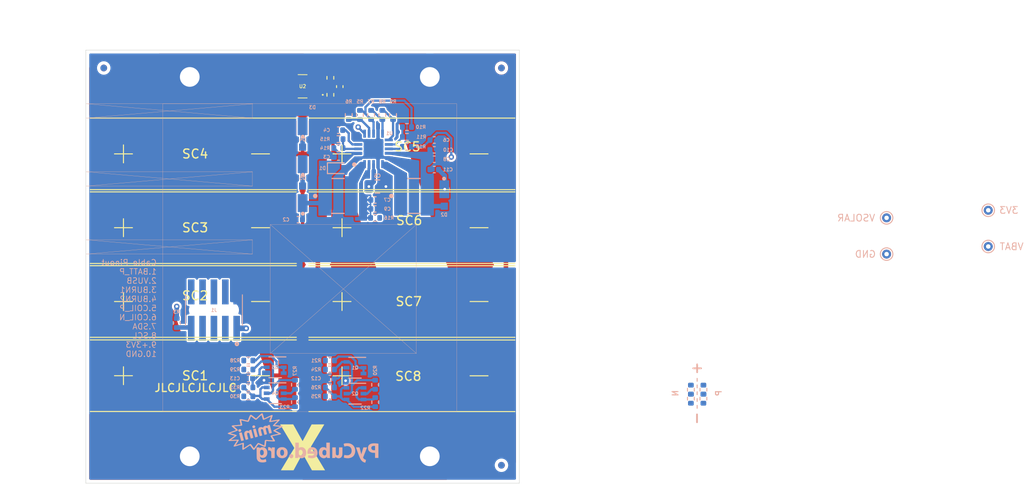
<source format=kicad_pcb>
(kicad_pcb (version 20211014) (generator pcbnew)
  (layers (0 "F.Cu" signal "Top") (1 "In1.Cu" signal) (2 "In2.Cu" signal) (31 "B.Cu" signal "Bottom") (34 "B.Paste" user) (35 "F.Paste" user) (36 "B.SilkS" user "B.Silkscreen") (37 "F.SilkS" user "F.Silkscreen") (38 "B.Mask" user) (39 "F.Mask" user) (44 "Edge.Cuts" user))
  (net 0 "")
  (net 1 "GND")
  (net 2 "+3V3")
  (net 3 "Net-(C7-Pad1)")
  (net 4 "Net-(L1-Pad2)")
  (net 5 "VOUT_EN")
  (net 6 "VSOLAR")
  (net 7 "VBAT_OK")
  (net 8 "VUSB")
  (net 9 "BATT_P")
  (net 10 "COIL_N")
  (net 11 "COIL_P")
  (net 12 "Net-(C4-Pad1)")
  (net 13 "Net-(C10-Pad1)")
  (net 14 "Net-(L2-Pad1)")
  (net 15 "Net-(R10-Pad2)")
  (net 16 "Net-(R5-Pad1)")
  (net 17 "Net-(R7-Pad1)")
  (net 18 "Net-(R8-Pad1)")
  (net 19 "Net-(R10-Pad1)")
  (net 20 "Net-(R14-Pad1)")
  (net 21 "Net-(C12-Pad1)")
  (net 22 "/coil")
  (net 23 "/VSOLAR_FULL")
  (net 24 "BURN1")
  (net 25 "Net-(C13-Pad1)")
  (net 26 "Net-(D3-Pad1)")
  (net 27 "SDA2")
  (net 28 "SCL2")
  (net 29 "BURN2")
  (net 30 "Net-(Q1-Pad2)")
  (net 31 "Net-(Q1-Pad6)")
  (net 32 "Net-(Q2-Pad2)")
  (net 33 "SCL_LS")
  (net 34 "Net-(Q3-Pad2)")
  (net 35 "Net-(Q3-Pad6)")
  (net 36 "Net-(Q4-Pad2)")
  (net 37 "SDA_LS")
  (net 38 "Net-(R1-Pad1)")
  (net 40 "VBAT")
  (footprint "solarpanels:KXOB25-05X3F" (layer "F.Cu") (at 84 78.690978)
    (fp_text reference "SC1")
    (fp_text value "SolarCell_Small")
  )
  (footprint "solarpanels:KXOB25-05X3F" (layer "F.Cu") (at 84.00001 70.399986)
    (fp_text reference "SC2")
    (fp_text value "SolarCell_Small")
  )
  (footprint "solarpanels:KXOB25-05X3F" (layer "F.Cu") (at 84 62.149996)
    (fp_text reference "SC3")
    (fp_text value "SolarCell_Small")
  )
  (footprint "solarpanels:KXOB25-05X3F" (layer "F.Cu") (at 108.4 53.9)
    (fp_text reference "SC5")
    (fp_text value "SolarCell_Small")
  )
  (footprint "solarpanels:KXOB25-05X3F" (layer "F.Cu") (at 108.400012 62.14999)
    (fp_text reference "SC6")
    (fp_text value "SolarCell_Small")
  )
  (footprint "solarpanels:KXOB25-05X3F" (layer "F.Cu") (at 108.400012 70.399986)
    (fp_text reference "SC7")
    (fp_text value "SolarCell_Small")
  )
  (footprint "solarpanels:KXOB25-05X3F" (layer "F.Cu") (at 108.4 78.700988)
    (fp_text reference "SC8")
    (fp_text value "SolarCell_Small")
  )
  (footprint "Capacitor_SMD:C_0402_1005Metric" (layer "F.Cu") (at 110.85 46.38 -90)
    (fp_text reference "C1" hide)
    (fp_text value "1uF")
  )
  (footprint "Resistor_SMD:R_0402_1005Metric" (layer "F.Cu") (at 109.8 47.3 -90)
    (fp_text reference "R1" hide)
    (fp_text value "0")
  )
  (footprint "solarpanels:TSL2561" (layer "F.Cu") (at 106.7 46.35 180)
    (fp_text reference "U2")
    (fp_text value "TSL2561" hide)
  )
  (footprint "Resistor_SMD:R_0402_1005Metric" (layer "F.Cu") (at 109.8 45.4 -90)
    (fp_text reference "R2" hide)
    (fp_text value "0")
  )
  (footprint "Fiducial:Fiducial_0.75mm_Mask1.5mm" (layer "F.Cu") (at 128.9 88.7)
    (fp_text reference "REF**" hide)
    (fp_text value "Fiducial_0.75mm_Mask1.5mm")
  )
  (footprint "Fiducial:Fiducial_0.75mm_Mask1.5mm" (layer "F.Cu") (at 84.5 44.3)
    (fp_text reference "REF**" hide)
    (fp_text value "Fiducial_0.75mm_Mask1.5mm")
  )
  (footprint "Fiducial:Fiducial_0.75mm_Mask1.5mm" (layer "F.Cu") (at 128.9 44.3)
    (fp_text reference "REF**" hide)
    (fp_text value "Fiducial_0.75mm_Mask1.5mm")
  )
  (footprint "solarpanels:KXOB25-05X3F" (layer "F.Cu") (at 84 53.9)
    (fp_text reference "SC4")
    (fp_text value "SolarCell_Small")
  )
  (footprint "X Label" (layer "F.Cu") (at 106.7 88.205445)
    (fp_text reference "REF**" hide)
    (fp_text value "X Label" hide)
  )
  (footprint "Capacitor_SMD:C_0805_2012Metric" (layer "B.Cu") (at 115.05 57.55)
    (fp_text reference "C5")
    (fp_text value "100uF")
  )
  (footprint "Capacitor_SMD:C_0402_1005Metric" (layer "B.Cu") (at 114.8 60.05)
    (fp_text reference "C9")
    (fp_text value "0.1uF")
  )
  (footprint "Capacitor_SMD:C_0402_1005Metric" (layer "B.Cu") (at 121.4 54.5)
    (fp_text reference "C8")
    (fp_text value "22uF")
  )
  (footprint "Capacitor_SMD:C_0402_1005Metric" (layer "B.Cu") (at 121.4 52.35)
    (fp_text reference "C6")
    (fp_text value "1uF")
  )
  (footprint "Capacitor_SMD:C_0402_1005Metric" (layer "B.Cu") (at 110.69855 51.25 180)
    (fp_text reference "C4")
    (fp_text value "10nF")
  )
  (footprint "solarpanels:LPS4018" (layer "B.Cu") (at 119.14845 58.6)
    (fp_text reference "L2" hide)
    (fp_text value "10uH-LPS4018-103MR" hide)
  )
  (footprint "Resistor_SMD:R_0402_1005Metric" (layer "B.Cu") (at 110.7 52.25)
    (fp_text reference "R15")
    (fp_text value "0")
  )
  (footprint "Resistor_SMD:R_0402_1005Metric" (layer "B.Cu") (at 116.8 49.55 -90)
    (fp_text reference "R9")
    (fp_text value "4.53M")
  )
  (footprint "Resistor_SMD:R_0402_1005Metric" (layer "B.Cu") (at 118.35 52 180)
    (fp_text reference "R11")
    (fp_text value "4.75M")
  )
  (footprint "Resistor_SMD:R_0402_1005Metric" (layer "B.Cu") (at 114.35 49.55 -90)
    (fp_text reference "R7")
    (fp_text value "374K")
  )
  (footprint "Resistor_SMD:R_0402_1005Metric" (layer "B.Cu") (at 118.35 53.1)
    (fp_text reference "R19")
    (fp_text value "0")
  )
  (footprint "Resistor_SMD:R_0402_1005Metric" (layer "B.Cu") (at 115.6 49.55 -90)
    (fp_text reference "R8")
    (fp_text value "8.25M")
  )
  (footprint "Resistor_SMD:R_0402_1005Metric" (layer "B.Cu") (at 110.69855 53.25 180)
    (fp_text reference "R14")
    (fp_text value "0")
  )
  (footprint "Resistor_SMD:R_0402_1005Metric" (layer "B.Cu") (at 118.35 50.9)
    (fp_text reference "R10")
    (fp_text value "8.25M")
  )
  (footprint "solarpanels:QFN50P350X350X100-21N-D" (layer "B.Cu") (at 114.621215 53.342156)
    (fp_text reference "U1")
    (fp_text value "BQ25570RGRR" hide)
  )
  (footprint "solarpanels:LPS4018" (layer "B.Cu") (at 110.65 58.6)
    (fp_text reference "L1" hide)
    (fp_text value "22uH-LPS4018-223MR" hide)
  )
  (footprint "Resistor_SMD:R_0402_1005Metric" (layer "B.Cu") (at 114.8 61.05)
    (fp_text reference "R16")
    (fp_text value "0")
  )
  (footprint "Resistor_SMD:R_0402_1005Metric" (layer "B.Cu") (at 113.1 49.55 90)
    (fp_text reference "R5")
    (fp_text value "7.32M")
  )
  (footprint "Capacitor_SMD:C_0402_1005Metric" (layer "B.Cu") (at 114.8 59.05)
    (fp_text reference "C7")
    (fp_text value "4.7uF")
  )
  (footprint "solarpanels:MICROSMP" (layer "B.Cu") (at 122.52045 58.5 -90)
    (fp_text reference "D2")
    (fp_text value "MSS1P4-M3_89A" hide)
  )
  (footprint "Resistor_SMD:R_0402_1005Metric" (layer "B.Cu") (at 111.85 49.55 -90)
    (fp_text reference "R6")
    (fp_text value "5.62M")
  )
  (footprint "Capacitor_SMD:C_0402_1005Metric" (layer "B.Cu") (at 106.2 61.25 180)
    (fp_text reference "C2")
    (fp_text value "0.1uF")
  )
  (footprint "Capacitor_SMD:C_0402_1005Metric" (layer "B.Cu") (at 110.7 54.25 180)
    (fp_text reference "C3")
    (fp_text value "4.7uF")
  )
  (footprint "TestPoint:TestPoint_THTPad_D1.0mm_Drill0.5mm" (layer "B.Cu") (at 171.9 65.1)
    (fp_text reference "TP2" hide)
    (fp_text value "TP")
  )
  (footprint "TestPoint:TestPoint_THTPad_D1.0mm_Drill0.5mm" (layer "B.Cu") (at 183.25 60.2)
    (fp_text reference "TP3" hide)
    (fp_text value "TP")
  )
  (footprint "TestPoint:TestPoint_THTPad_D1.0mm_Drill0.5mm" (layer "B.Cu") (at 183.25 64.25)
    (fp_text reference "TP4" hide)
    (fp_text value "TP")
  )
  (footprint "TestPoint:TestPoint_THTPad_D1.0mm_Drill0.5mm" (layer "B.Cu") (at 171.9 61.05)
    (fp_text reference "TP1" hide)
    (fp_text value "TP")
  )
  (footprint "Resistor_SMD:R_0402_1005Metric" (layer "B.Cu") (at 150.05 81.2545 90)
    (fp_text reference "R18" hide)
    (fp_text value "0")
  )
  (footprint "Resistor_SMD:R_0402_1005Metric" (layer "B.Cu") (at 150.05 80.2545 90)
    (fp_text reference "R17" hide)
    (fp_text value "0")
  )
  (footprint "Resistor_SMD:R_0402_1005Metric" (layer "B.Cu") (at 151.45 80.2545 90)
    (fp_text reference "R12" hide)
    (fp_text value "0")
  )
  (footprint "Resistor_SMD:R_0402_1005Metric" (layer "B.Cu") (at 151.447 81.2545 90)
    (fp_text reference "R13" hide)
    (fp_text value "0")
  )
  (footprint "Fiducial:Fiducial_0.75mm_Mask1.5mm" (layer "B.Cu") (at 128.9 44.3)
    (fp_text reference "REF**" hide)
    (fp_text value "Fiducial_0.75mm_Mask1.5mm")
  )
  (footprint "Fiducial:Fiducial_0.75mm_Mask1.5mm" (layer "B.Cu") (at 84.5 44.3)
    (fp_text reference "REF**" hide)
    (fp_text value "Fiducial_0.75mm_Mask1.5mm")
  )
  (footprint "Fiducial:Fiducial_0.75mm_Mask1.5mm" (layer "B.Cu") (at 128.9 88.7)
    (fp_text reference "REF**" hide)
    (fp_text value "Fiducial_0.75mm_Mask1.5mm")
  )
  (footprint "Diode_SMD:D_SOD-523" (layer "B.Cu") (at 110.62045 55.5)
    (fp_text reference "D1")
    (fp_text value "SZMM5Z5V1T1G")
  )
  (footprint "Resistor_SMD:R_0402_1005Metric" (layer "B.Cu") (at 109.75 76.99)
    (fp_text reference "R21")
    (fp_text value "100K")
  )
  (footprint "Resistor_SMD:R_0402_1005Metric" (layer "B.Cu") (at 105.85 79.7 90)
    (fp_text reference "R27")
    (fp_text value "680")
  )
  (footprint "solarpanels:MICROSMP" (layer "B.Cu") (at 106.7 58.75 90)
    (fp_text reference "D5")
    (fp_text value "MSS1P4-M3_89A" hide)
  )
  (footprint "solarpanels:MICROSMP" (layer "B.Cu") (at 106.7 50.15 90)
    (fp_text reference "D3")
    (fp_text value "MSS1P4-M3_89A" hide)
  )
  (footprint "Capacitor_SMD:C_0402_1005Metric" (layer "B.Cu") (at 121.4 55.65 180)
    (fp_text reference "C11")
    (fp_text value "0.1uF")
  )
  (footprint "Resistor_SMD:R_0402_1005Metric" (layer "B.Cu") (at 114.8 79.7 90)
    (fp_text reference "R20")
    (fp_text value "680")
  )
  (footprint "MountingHole:MountingHole_2.2mm_M2_DIN965_Pad" (layer "B.Cu") (at 94.1 45.3 180)
    (fp_text reference "H2" hide)
    (fp_text value "MountingHole")
  )
  (footprint "custom-footprints:pycubed_mini_logo" (layer "B.Cu") (at 99.958009 85.133348 180)
    (fp_text reference "Ref**" hide)
    (fp_text value "Val**" hide)
  )
  (footprint "Resistor_SMD:R_0402_1005Metric" (layer "B.Cu") (at 105.85 81.65 90)
    (fp_text reference "R23")
    (fp_text value "0")
  )
  (footprint "Capacitor_SMD:C_0402_1005Metric" (layer "B.Cu") (at 109.75 79 180)
    (fp_text reference "C12")
    (fp_text value "10nF")
  )
  (footprint "Resistor_SMD:R_0402_1005Metric" (layer "B.Cu") (at 100.64 76.99)
    (fp_text reference "R28")
    (fp_text value "100K")
  )
  (footprint "Resistor_SMD:R_0402_1005Metric" (layer "B.Cu") (at 114.81 81.65 90)
    (fp_text reference "R22")
    (fp_text value "0")
  )
  (footprint "Resistor_SMD:R_0402_1005Metric" (layer "B.Cu") (at 109.75 78)
    (fp_text reference "R24")
    (fp_text value "10K")
  )
  (footprint "Resistor_SMD:R_0402_1005Metric" (layer "B.Cu") (at 100.64 80)
    (fp_text reference "R31")
    (fp_text value "200K")
  )
  (footprint "Resistor_SMD:R_0402_1005Metric" (layer "B.Cu") (at 109.75 81)
    (fp_text reference "R25")
    (fp_text value "10K")
  )
  (footprint "Package_TO_SOT_SMD:SOT-363_SC-70-6" (layer "B.Cu") (at 103.64 77.75 180)
    (fp_text reference "Q3")
    (fp_text value "BSS138DWQ-7")
  )
  (footprint "MountingHole:MountingHole_2.2mm_M2_DIN965_Pad" (layer "B.Cu") (at 120.900012 87.700002 180)
    (fp_text reference "H4" hide)
    (fp_text value "MountingHole")
  )
  (footprint "Resistor_SMD:R_0402_1005Metric" (layer "B.Cu") (at 109.75 80)
    (fp_text reference "R26")
    (fp_text value "200K")
  )
  (footprint "MountingHole:MountingHole_2.2mm_M2_DIN965_Pad" (layer "B.Cu") (at 94.09999 87.700002 180)
    (fp_text reference "H3" hide)
    (fp_text value "MountingHole")
  )
  (footprint "Package_TO_SOT_SMD:SOT-363_SC-70-6" (layer "B.Cu") (at 112.55 80.7 180)
    (fp_text reference "Q2")
    (fp_text value "MBT2222ADW1T1")
  )
  (footprint "Resistor_SMD:R_0402_1005Metric" (layer "B.Cu") (at 100.64 81)
    (fp_text reference "R30")
    (fp_text value "10K")
  )
  (footprint "Package_TO_SOT_SMD:SOT-363_SC-70-6" (layer "B.Cu") (at 112.55 77.8 180)
    (fp_text reference "Q1")
    (fp_text value "BSS138DWQ-7")
  )
  (footprint "Resistor_SMD:R_0402_1005Metric" (layer "B.Cu") (at 92.65 72.8 90)
    (fp_text reference "R3")
    (fp_text value "0")
  )
  (footprint "Package_TO_SOT_SMD:SOT-363_SC-70-6" (layer "B.Cu") (at 103.64 80.65 180)
    (fp_text reference "Q4")
    (fp_text value "MBT2222ADW1T1")
  )
  (footprint "Capacitor_SMD:C_0402_1005Metric" (layer "B.Cu") (at 100.64 79 180)
    (fp_text reference "C13")
    (fp_text value "10nF")
  )
  (footprint "MountingHole:MountingHole_2.2mm_M2_DIN965_Pad" (layer "B.Cu") (at 120.900012 45.300011 180)
    (fp_text reference "H1" hide)
    (fp_text value "MountingHole")
  )
  (footprint "Resistor_SMD:R_0402_1005Metric" (layer "B.Cu") (at 100.64 78)
    (fp_text reference "R29")
    (fp_text value "10K")
  )
  (footprint "Capacitor_SMD:C_0402_1005Metric" (layer "B.Cu") (at 121.4 53.45)
    (fp_text reference "C10")
    (fp_text value "0.1uF")
  )
  (footprint "batteryboard:FTS-105-XX-YY-DV-A" (layer "B.Cu") (at 96.8 71.36 180)
    (fp_text reference "J1")
    (fp_text value "FTS-105-01-L-DV-A" hide)
  )
  (footprint "solarpanels:MICROSMP" (layer "B.Cu") (at 106.7 54.4 90)
    (fp_text reference "D4")
    (fp_text value "MSS1P4-M3_89A" hide)
  )
  (gr_line (start 150.75 80.0435) (end 150.75 79.726) (layer "B.SilkS") (width 0.12))
  (gr_line (start 150.75 80.488) (end 150.75 80.8055) (layer "B.SilkS") (width 0.12))
  (gr_line (start 150.75 81.25) (end 150.75 81.5675) (layer "B.SilkS") (width 0.12))
  (gr_line (start 150.75 78.99575) (end 150.75 79.31325) (layer "B.SilkS") (width 0.12))
  (gr_line (start 150.75 82.3295) (end 150.75 82.012) (layer "B.SilkS") (width 0.12))
  (gr_line (start 82.55 63.5) (end 101.1 65.1) (layer "B.SilkS") (width 0.0254))
  (gr_line (start 101.1 55.9) (end 82.55 57.5) (layer "B.SilkS") (width 0.0254))
  (gr_line (start 119.4 76.2) (end 103.1 76.2) (layer "B.SilkS") (width 0.0254))
  (gr_line (start 101.1 55.9) (end 82.55 55.9) (layer "B.SilkS") (width 0.0254))
  (gr_line (start 103.1 61.8) (end 119.4 61.8) (layer "B.SilkS") (width 0.0254))
  (gr_line (start 91.1 82.7) (end 91.1 48.3) (layer "B.SilkS") (width 0.0254))
  (gr_line (start 82.55 57.5) (end 101.1 57.5) (layer "B.SilkS") (width 0.0254))
  (gr_line (start 101.1 57.5) (end 101.1 55.9) (layer "B.SilkS") (width 0.0254))
  (gr_line (start 119.4 61.8) (end 119.4 76.2) (layer "B.SilkS") (width 0.0254))
  (gr_line (start 101.1 63.5) (end 82.55 63.5) (layer "B.SilkS") (width 0.0254))
  (gr_line (start 123.9 48.3) (end 123.9 82.7) (layer "B.SilkS") (width 0.0254))
  (gr_line (start 101.1 63.5) (end 82.55 65.1) (layer "B.SilkS") (width 0.0254))
  (gr_line (start 82.55 55.9) (end 101.1 57.5) (layer "B.SilkS") (width 0.0254))
  (gr_line (start 103.1 76.2) (end 119.4 61.8) (layer "B.SilkS") (width 0.0254))
  (gr_line (start 91.1 48.3) (end 123.9 48.3) (layer "B.SilkS") (width 0.0254))
  (gr_line (start 123.9 82.7) (end 91.1 82.7) (layer "B.SilkS") (width 0.0254))
  (gr_line (start 82.55 49.9) (end 101.1 49.9) (layer "B.SilkS") (width 0.0254))
  (gr_line (start 103.1 61.8) (end 119.4 76.2) (layer "B.SilkS") (width 0.0254))
  (gr_line (start 101.1 65.1) (end 101.1 63.5) (layer "B.SilkS") (width 0.0254))
  (gr_line (start 101.1 49.9) (end 101.1 48.3) (layer "B.SilkS") (width 0.0254))
  (gr_line (start 103.1 76.2) (end 103.1 61.8) (layer "B.SilkS") (width 0.0254))
  (gr_line (start 82.55 65.1) (end 101.1 65.1) (layer "B.SilkS") (width 0.0254))
  (gr_line (start 101.1 48.3) (end 82.55 48.3) (layer "B.SilkS") (width 0.0254))
  (gr_line (start 82.55 48.3) (end 101.1 49.9) (layer "B.SilkS") (width 0.0254))
  (gr_line (start 101.15 48.3) (end 82.55 49.9) (layer "B.SilkS") (width 0.0254))
  (gr_line (start 82.5 90.7) (end 82.5 42.3) (layer "Edge.Cuts") (width 0.05))
  (gr_line (start 82.5 42.3) (end 130.9 42.3) (layer "Edge.Cuts") (width 0.05))
  (gr_line (start 82.5 90.7) (end 130.9 90.7) (layer "Edge.Cuts") (width 0.05))
  (gr_line (start 130.9 42.3) (end 130.9 90.7) (layer "Edge.Cuts") (width 0.05))
  (gr_text "GND" (at 170.76 65.11) (layer "B.SilkS") (effects (font (size 0.762 0.762) (thickness 0.1016)) (justify left mirror)))
  (gr_text "VSOLAR" (at 170.68 61.06) (layer "B.SilkS") (effects (font (size 0.762 0.762) (thickness 0.1016)) (justify left mirror)))
  (gr_text "VBAT" (at 187.25 64.26) (layer "B.SilkS") (effects (font (size 0.762 0.762) (thickness 0.1016)) (justify left mirror)))
  (gr_text "3V3" (at 186.67 60.2) (layer "B.SilkS") (effects (font (size 0.762 0.762) (thickness 0.1016)) (justify left mirror)))
  (gr_text "+" (at 150.75 77.94675 180) (layer "B.SilkS") (effects (font (size 1.143 1.143) (thickness 0.2032)) (justify mirror)))
  (gr_text "P" (at 153.15 80.64675 90) (layer "B.SilkS") (effects (font (size 0.635 0.635) (thickness 0.127)) (justify mirror)))
  (gr_text "N" (at 148.25 80.64675 270) (layer "B.SilkS") (effects (font (size 0.635 0.635) (thickness 0.127)) (justify mirror)))
  (gr_text "-" (at 150.65 83.4545 90) (layer "B.SilkS") (effects (font (size 1.143 1.143) (thickness 0.2032)) (justify mirror)))
  (gr_text "Cable Pinout\n1.BATT_P\n2.VUSB\n3.BURN1\n4.BURN2\n5.COIL_P\n6.COIL_N\n7.SDA\n8.SCL\n9.+3V3\n10.GND" (at 90.45 71.15) (layer "B.SilkS") (effects (font (size 0.635 0.635) (thickness 0.0762)) (justify left mirror)))
  (gr_text "JLCJLCJLCJLC" (at 94.75 80.05) (layer "F.SilkS") (effects (font (size 0.889 0.889))))
  (segment (start 109.8 44.89) (end 108.659206 44.89) (width 0.381) (layer "F.Cu") (net 1))
  (segment (start 110.85 45.5) (end 110.24 44.89) (width 0.381) (layer "F.Cu") (net 1))
  (segment (start 110.24 44.89) (end 109.8 44.89) (width 0.381) (layer "F.Cu") (net 1))
  (segment (start 110.85 45.9) (end 110.85 45.5) (width 0.381) (layer "F.Cu") (net 1))
  (segment (start 108.659206 44.89) (end 108.149203 45.400003) (width 0.381) (layer "F.Cu") (net 1))
  (via (at 116 57.55) (size 0.6) (drill 0.3) (layers "F.Cu" "B.Cu") (net 1))
  (via (at 111.5 79.25) (size 0.6) (drill 0.3) (layers "F.Cu" "B.Cu") (net 1))
  (via (at 102.39 79.2) (size 0.6) (drill 0.3) (layers "F.Cu" "B.Cu") (net 1))
  (segment (start 112.92121 54.342156) (end 112.950611 54.312755) (width 0.254) (layer "B.Cu") (net 1))
  (segment (start 116.291809 54.312755) (end 116.32121 54.342156) (width 0.254) (layer "B.Cu") (net 1))
  (segment (start 121.88 54.62) (end 121.88 54.560094) (width 0.3048) (layer "B.Cu") (net 1))
  (segment (start 120.92 55.58) (end 121.88 54.62) (width 0.3048) (layer "B.Cu") (net 1))
  (segment (start 118.350005 51.499999) (end 118.350005 50.249988) (width 0.1524) (layer "B.Cu") (net 1))
  (segment (start 115.592299 54.313245) (end 114.62121 53.342156) (width 0.254) (layer "B.Cu") (net 1))
  (segment (start 115.12121 55.042156) (end 115.12121 53.842156) (width 0.3048) (layer "B.Cu") (net 1))
  (segment (start 113.650121 53.613245) (end 113.92121 53.342156) (width 0.254) (layer "B.Cu") (net 1))
  (segment (start 120.92 55.65) (end 120.92 55.58) (width 0.3048) (layer "B.Cu") (net 1))
  (segment (start 113.650121 54.313245) (end 113.650121 53.613245) (width 0.254) (layer "B.Cu") (net 1))
  (segment (start 115.12121 51.642156) (end 115.12121 52.842156) (width 0.3048) (layer "B.Cu") (net 1))
  (segment (start 112.950121 54.313245) (end 113.650121 54.313245) (width 0.254) (layer "B.Cu") (net 1))
  (segment (start 116.292299 54.313245) (end 115.592299 54.313245) (width 0.254) (layer "B.Cu") (net 1))
  (via (at 100.4 73.4) (size 0.6) (drill 0.3) (layers "F.Cu" "B.Cu") (net 2))
  (via (at 122.57045 57.85) (size 0.6) (drill 0.3) (layers "F.Cu" "B.Cu") (net 2))
  (segment (start 122.57045 56.34045) (end 121.88 55.65) (width 0.508) (layer "B.Cu") (net 2))
  (segment (start 100.4 73.4) (end 100.395 73.395) (width 0.635) (layer "B.Cu") (net 2))
  (segment (start 122.57045 57.85) (end 122.57045 56.34045) (width 0.508) (layer "B.Cu") (net 2))
  (segment (start 100.395 73.395) (end 99.34 73.395) (width 0.635) (layer "B.Cu") (net 2))
  (segment (start 114.08494 55.561086) (end 114.08494 55.9185) (width 0.29972) (layer "B.Cu") (net 3))
  (segment (start 114.12121 55.042156) (end 114.12121 55.524816) (width 0.29972) (layer "B.Cu") (net 3))
  (segment (start 114.12121 55.524816) (end 114.08494 55.561086) (width 0.29972) (layer "B.Cu") (net 3))
  (segment (start 114.29 60.08) (end 114.32 60.05) (width 0.1524) (layer "B.Cu") (net 3))
  (segment (start 114.29 61.05) (end 114.29 60.08) (width 0.1524) (layer "B.Cu") (net 3))
  (via (at 123.3 54.25) (size 0.6) (drill 0.3) (layers "F.Cu" "B.Cu") (net 5))
  (via (at 112.9 50.9) (size 0.6) (drill 0.3) (layers "F.Cu" "B.Cu") (net 5))
  (segment (start 120.17 53.1) (end 120.92 52.35) (width 0.254) (layer "B.Cu") (net 5))
  (segment (start 112.9 50.9) (end 112.9 50.920941) (width 0.254) (layer "B.Cu") (net 5))
  (segment (start 123.3 52.15) (end 123.3 54.25) (width 0.254) (layer "B.Cu") (net 5))
  (segment (start 120.92 52.33) (end 121.7 51.55) (width 0.254) (layer "B.Cu") (net 5))
  (segment (start 112.9 50.920941) (end 113.621215 51.642156) (width 0.254) (layer "B.Cu") (net 5))
  (segment (start 121.7 51.55) (end 122.7 51.55) (width 0.254) (layer "B.Cu") (net 5))
  (segment (start 122.7 51.55) (end 123.3 52.15) (width 0.254) (layer "B.Cu") (net 5))
  (segment (start 120.92 52.35) (end 120.92 52.33) (width 0.254) (layer "B.Cu") (net 5))
  (segment (start 118.86 53.1) (end 120.17 53.1) (width 0.254) (layer "B.Cu") (net 5))
  (segment (start 109.17045 59.4) (end 109.17045 58.6) (width 0.508) (layer "B.Cu") (net 6))
  (segment (start 106.7 59.4) (end 109.17045 59.4) (width 0.508) (layer "B.Cu") (net 6))
  (segment (start 111.18 54.25) (end 111.18 54.24145) (width 0.29972) (layer "B.Cu") (net 6))
  (segment (start 111.18 54.24145) (end 110.18855 53.25) (width 0.29972) (layer "B.Cu") (net 6))
  (segment (start 106.7 61.23) (end 106.68 61.25) (width 0.508) (layer "B.Cu") (net 6))
  (segment (start 106.7 59.4) (end 106.7 61.23) (width 0.508) (layer "B.Cu") (net 6))
  (segment (start 116.321215 53.342156) (end 117.597844 53.342156) (width 0.254) (layer "B.Cu") (net 7))
  (segment (start 117.597844 53.342156) (end 117.84 53.1) (width 0.254) (layer "B.Cu") (net 7))
  (segment (start 92.7 73.3) (end 94.165 73.3) (width 0.508) (layer "B.Cu") (net 9))
  (segment (start 111.85 52.429741) (end 111.85 51.6) (width 0.254) (layer "B.Cu") (net 12))
  (segment (start 112.92121 52.842156) (end 112.262415 52.842156) (width 0.254) (layer "B.Cu") (net 12))
  (segment (start 112.262415 52.842156) (end 111.85 52.429741) (width 0.254) (layer "B.Cu") (net 12))
  (segment (start 111.85 51.6) (end 111.5 51.25) (width 0.254) (layer "B.Cu") (net 12))
  (segment (start 111.5 51.25) (end 111.17855 51.25) (width 0.254) (layer "B.Cu") (net 12))
  (segment (start 122.52045 59.75) (end 120.628 59.75) (width 0.508) (layer "B.Cu") (net 13))
  (segment (start 120.628 59.75) (end 120.628 58.6) (width 0.508) (layer "B.Cu") (net 13))
  (segment (start 114.621215 50.331215) (end 113.72 49.43) (width 0.254) (layer "B.Cu") (net 15))
  (segment (start 113.72 49.43) (end 113.72 48.671975) (width 0.254) (layer "B.Cu") (net 15))
  (segment (start 114.441975 47.95) (end 118.05 47.95) (width 0.254) (layer "B.Cu") (net 15))
  (segment (start 114.621215 51.642156) (end 114.621215 50.331215) (width 0.254) (layer "B.Cu") (net 15))
  (segment (start 113.335 49.045) (end 113.12045 49.045) (width 0.254) (layer "B.Cu") (net 15))
  (segment (start 118.86 48.76) (end 118.86 50.9) (width 0.254) (layer "B.Cu") (net 15))
  (segment (start 113.72 48.671975) (end 114.441975 47.95) (width 0.254) (layer "B.Cu") (net 15))
  (segment (start 113.72 49.43) (end 113.335 49.045) (width 0.254) (layer "B.Cu") (net 15))
  (segment (start 118.05 47.95) (end 118.86 48.76) (width 0.254) (layer "B.Cu") (net 15))
  (segment (start 111.85 50.06) (end 111.85 50.06455) (width 0.254) (layer "B.Cu") (net 16))
  (segment (start 113.18 50.06) (end 113.1 50.06) (width 0.254) (layer "B.Cu") (net 16))
  (segment (start 114.121215 51.642156) (end 114.121215 51.001215) (width 0.254) (layer "B.Cu") (net 16))
  (segment (start 113.1 50.06) (end 111.85 50.06) (width 0.254) (layer "B.Cu") (net 16))
  (segment (start 114.121215 51.001215) (end 113.18 50.06) (width 0.254) (layer "B.Cu") (net 16))
  (segment (start 115.51 50.06) (end 115.6 50.06) (width 0.254) (layer "B.Cu") (net 17))
  (segment (start 114.49 49.04) (end 115.51 50.06) (width 0.254) (layer "B.Cu") (net 17))
  (segment (start 114.35 49.04) (end 114.49 49.04) (width 0.254) (layer "B.Cu") (net 17))
  (segment (start 115.621215 51.642156) (end 115.621215 50.081215) (width 0.254) (layer "B.Cu") (net 17))
  (segment (start 116.8 50.06) (end 116.8 51.863371) (width 0.254) (layer "B.Cu") (net 18))
  (segment (start 115.78 49.04) (end 116.8 50.06) (width 0.254) (layer "B.Cu") (net 18))
  (segment (start 116.8 51.863371) (end 116.321215 52.342156) (width 0.254) (layer "B.Cu") (net 18))
  (segment (start 115.6 49.04) (end 115.78 49.04) (width 0.254) (layer "B.Cu") (net 18))
  (segment (start 117.84 52.05) (end 117.047844 52.842156) (width 0.2286) (layer "B.Cu") (net 19))
  (segment (start 117.047844 52.842156) (end 116.32121 52.842156) (width 0.2286) (layer "B.Cu") (net 19))
  (segment (start 117.84 52.05) (end 117.84 50.9) (width 0.2286) (layer "B.Cu") (net 19))
  (segment (start 111.300706 53.342156) (end 112.921215 53.342156) (width 0.254) (layer "B.Cu") (net 20))
  (segment (start 111.20855 52.25145) (end 111.21 52.25) (width 0.254) (layer "B.Cu") (net 20))
  (segment (start 111.20855 53.25) (end 111.300706 53.342156) (width 0.254) (layer "B.Cu") (net 20))
  (segment (start 111.20855 53.25) (end 111.20855 52.25145) (width 0.254) (layer "B.Cu") (net 20))
  (segment (start 110.653911 79) (end 110.23 79) (width 0.254) (layer "B.Cu") (net 21))
  (segment (start 110.903911 78.05) (end 110.903911 78.75) (width 0.254) (layer "B.Cu") (net 21))
  (segment (start 110.26 80) (end 110.26 79.03) (width 0.254) (layer "B.Cu") (net 21))
  (segment (start 111.153911 77.8) (end 110.903911 78.05) (width 0.254) (layer "B.Cu") (net 21))
  (segment (start 111.6 77.8) (end 111.153911 77.8) (width 0.254) (layer "B.Cu") (net 21))
  (segment (start 110.903911 78.75) (end 110.653911 79) (width 0.254) (layer "B.Cu") (net 21))
  (segment (start 106.7 57.5) (end 106.7 55.05) (width 0.508) (layer "B.Cu") (net 23))
  (segment (start 101.893911 78) (end 101.893911 78.55) (width 0.254) (layer "B.Cu") (net 25))
  (segment (start 101.12 79) (end 101.12 79.97) (width 0.254) (layer "B.Cu") (net 25))
  (segment (start 101.443911 79) (end 101.12 79) (width 0.254) (layer "B.Cu") (net 25))
  (segment (start 102.143911 77.75) (end 101.893911 78) (width 0.254) (layer "B.Cu") (net 25))
  (segment (start 102.69 77.75) (end 102.143911 77.75) (width 0.254) (layer "B.Cu") (net 25))
  (segment (start 101.893911 78.55) (end 101.443911 79) (width 0.254) (layer "B.Cu") (net 25))
  (segment (start 106.7 53.15) (end 106.7 50.8) (width 0.508) (layer "B.Cu") (net 26))
  (segment (start 104.093911 81.3) (end 103.893911 81.1) (width 0.254) (layer "B.Cu") (net 27))
  (segment (start 104.59 81.3) (end 105.69 81.3) (width 0.254) (layer "B.Cu") (net 27))
  (segment (start 104.193911 80) (end 104.59 80) (width 0.254) (layer "B.Cu") (net 27))
  (segment (start 105.69 81.3) (end 105.85 81.14) (width 0.254) (layer "B.Cu") (net 27))
  (segment (start 103.893911 80.3) (end 104.193911 80) (width 0.254) (layer "B.Cu") (net 27))
  (segment (start 104.59 81.3) (end 104.093911 81.3) (width 0.254) (layer "B.Cu") (net 27))
  (segment (start 103.893911 81.1) (end 103.893911 80.3) (width 0.254) (layer "B.Cu") (net 27))
  (segment (start 113 81.35) (end 113.5 81.35) (width 0.254) (layer "B.Cu") (net 28))
  (segment (start 113.5 80.05) (end 113 80.05) (width 0.254) (layer "B.Cu") (net 28))
  (segment (start 114.6 81.35) (end 114.81 81.14) (width 0.254) (layer "B.Cu") (net 28))
  (segment (start 113.5 81.35) (end 114.6 81.35) (width 0.254) (layer "B.Cu") (net 28))
  (segment (start 112.75 80.3) (end 112.75 81.1) (width 0.254) (layer "B.Cu") (net 28))
  (segment (start 113 80.05) (end 112.75 80.3) (width 0.254) (layer "B.Cu") (net 28))
  (segment (start 112.75 81.1) (end 113 81.35) (width 0.254) (layer "B.Cu") (net 28))
  (segment (start 112.609831 77.05592) (end 112.103911 76.55) (width 0.254) (layer "B.Cu") (net 30))
  (segment (start 112.609831 77.45592) (end 112.609831 77.05592) (width 0.254) (layer "B.Cu") (net 30))
  (segment (start 113.5 77.8) (end 113.5 78.45) (width 0.254) (layer "B.Cu") (net 30))
  (segment (start 113.5 77.8) (end 112.953911 77.8) (width 0.254) (layer "B.Cu") (net 30))
  (segment (start 112.953911 77.8) (end 112.609831 77.45592) (width 0.254) (layer "B.Cu") (net 30))
  (segment (start 110.7 76.55) (end 110.26 76.99) (width 0.254) (layer "B.Cu") (net 30))
  (segment (start 112.103911 76.55) (end 110.7 76.55) (width 0.254) (layer "B.Cu") (net 30))
  (segment (start 111.95 80.7) (end 112.203911 80.446089) (width 0.254) (layer "B.Cu") (net 31))
  (segment (start 111.11 77.15) (end 111.6 77.15) (width 0.254) (layer "B.Cu") (net 31))
  (segment (start 110.26 78) (end 111.11 77.15) (width 0.254) (layer "B.Cu") (net 31))
  (segment (start 112.203911 79.796089) (end 112.203911 77.453911) (width 0.254) (layer "B.Cu") (net 31))
  (segment (start 112.203911 77.453911) (end 111.9 77.15) (width 0.254) (layer "B.Cu") (net 31))
  (segment (start 111.9 77.15) (end 111.6 77.15) (width 0.254) (layer "B.Cu") (net 31))
  (segment (start 112.203911 80.446089) (end 112.203911 79.796089) (width 0.254) (layer "B.Cu") (net 31))
  (segment (start 112.203911 79.796089) (end 112.81 79.19) (width 0.254) (layer "B.Cu") (net 31))
  (segment (start 111.6 80.7) (end 111.95 80.7) (width 0.254) (layer "B.Cu") (net 31))
  (segment (start 112.81 79.19) (end 114.8 79.19) (width 0.254) (layer "B.Cu") (net 31))
  (segment (start 113.91 80.7) (end 113.5 80.7) (width 0.254) (layer "B.Cu") (net 32))
  (segment (start 114.8 80.21) (end 114.4 80.21) (width 0.254) (layer "B.Cu") (net 32))
  (segment (start 114.4 80.21) (end 113.91 80.7) (width 0.254) (layer "B.Cu") (net 32))
  (segment (start 110.996089 80.221089) (end 110.996089 81.146089) (width 0.254) (layer "B.Cu") (net 33))
  (segment (start 110.85 81) (end 110.996089 81.146089) (width 0.254) (layer "B.Cu") (net 33))
  (segment (start 111.2 81.35) (end 111.6 81.35) (width 0.254) (layer "B.Cu") (net 33))
  (segment (start 110.996089 81.146089) (end 111.2 81.35) (width 0.254) (layer "B.Cu") (net 33))
  (segment (start 111.6 80.05) (end 111.167178 80.05) (width 0.254) (layer "B.Cu") (net 33))
  (segment (start 111.6 81.35) (end 112.41 82.16) (width 0.254) (layer "B.Cu") (net 33))
  (segment (start 109.26 80) (end 110.26 81) (width 0.254) (layer "B.Cu") (net 33))
  (segment (start 110.26 81) (end 110.85 81) (width 0.254) (layer "B.Cu") (net 33))
  (segment (start 111.167178 80.05) (end 110.996089 80.221089) (width 0.254) (layer "B.Cu") (net 33))
  (segment (start 112.41 82.16) (end 114.81 82.16) (width 0.254) (layer "B.Cu") (net 33))
  (segment (start 103.19 76.5) (end 103.79 77.1) (width 0.254) (layer "B.Cu") (net 34))
  (segment (start 103.19 76.5) (end 101.95 76.5) (width 0.254) (layer "B.Cu") (net 34))
  (segment (start 104.59 77.75) (end 104.043911 77.75) (width 0.254) (layer "B.Cu") (net 34))
  (segment (start 101.95 76.5) (end 101.47 76.98) (width 0.254) (layer "B.Cu") (net 34))
  (segment (start 101.47 76.98) (end 101.15 76.98) (width 0.254) (layer "B.Cu") (net 34))
  (segment (start 104.59 78.4) (end 104.59 77.75) (width 0.254) (layer "B.Cu") (net 34))
  (segment (start 103.793911 77.5) (end 103.793911 77.1) (width 0.254) (layer "B.Cu") (net 34))
  (segment (start 103.79 77.1) (end 103.793911 77.1) (width 0.254) (layer "B.Cu") (net 34))
  (segment (start 104.043911 77.75) (end 103.793911 77.5) (width 0.254) (layer "B.Cu") (net 34))
  (segment (start 103.387991 79.962009) (end 104.16 79.19) (width 0.254) (layer "B.Cu") (net 35))
  (segment (start 103.387991 80.40592) (end 103.143911 80.65) (width 0.254) (layer "B.Cu") (net 35))
  (segment (start 101.193911 78) (end 102.093911 77.1) (width 0.254) (layer "B.Cu") (net 35))
  (segment (start 103.143911 80.65) (end 102.69 80.65) (width 0.254) (layer "B.Cu") (net 35))
  (segment (start 102.093911 77.1) (end 102.69 77.1) (width 0.254) (layer "B.Cu") (net 35))
  (segment (start 103.387991 79.962009) (end 103.387991 80.40592) (width 0.254) (layer "B.Cu") (net 35))
  (segment (start 103.093911 77.1) (end 103.387991 77.39408) (width 0.254) (layer "B.Cu") (net 35))
  (segment (start 104.16 79.19) (end 105.85 79.19) (width 0.254) (layer "B.Cu") (net 35))
  (segment (start 103.387991 77.39408) (end 103.387991 79.962009) (width 0.254) (layer "B.Cu") (net 35))
  (segment (start 102.69 77.1) (end 103.093911 77.1) (width 0.254) (layer "B.Cu") (net 35))
  (segment (start 105.41 80.65) (end 105.85 80.21) (width 0.254) (layer "B.Cu") (net 36))
  (segment (start 104.59 80.65) (end 105.41 80.65) (width 0.254) (layer "B.Cu") (net 36))
  (segment (start 102.69 81.3) (end 102.193911 81.3) (width 0.254) (layer "B.Cu") (net 37))
  (segment (start 102.69 81.3) (end 103.55 82.16) (width 0.254) (layer "B.Cu") (net 37))
  (segment (start 101.993911 80.2) (end 102.193911 80) (width 0.254) (layer "B.Cu") (net 37))
  (segment (start 101.15 80.95) (end 101.843911 80.95) (width 0.254) (layer "B.Cu") (net 37))
  (segment (start 100.15 80) (end 101.15 81) (width 0.254) (layer "B.Cu") (net 37))
  (segment (start 101.993911 81.1) (end 101.993911 80.2) (width 0.254) (layer "B.Cu") (net 37))
  (segment (start 102.193911 81.3) (end 101.993911 81.1) (width 0.254) (layer "B.Cu") (net 37))
  (segment (start 101.843911 80.95) (end 101.993911 81.1) (width 0.254) (layer "B.Cu") (net 37))
  (segment (start 103.55 82.16) (end 105.85 82.16) (width 0.254) (layer "B.Cu") (net 37))
  (segment (start 102.193911 80) (end 102.69 80) (width 0.254) (layer "B.Cu") (net 37))
  (segment (start 109.8 45.91) (end 109.8 46.79) (width 0.381) (layer "F.Cu") (net 38))
  (segment (start 109.8 46.79) (end 109.360003 46.350003) (width 0.381) (layer "F.Cu") (net 38))
  (segment (start 109.360003 46.350003) (end 108.149203 46.350003) (width 0.381) (layer "F.Cu") (net 38))
  (segment (start 109.259997 46.350003) (end 108.049203 46.350003) (width 0.381) (layer "F.Cu") (net 38))
  (segment (start 109.8 45.91) (end 109.359997 46.350003) (width 0.381) (layer "F.Cu") (net 38))
  (via (at 92.65 70.95) (size 0.6) (drill 0.3) (layers "F.Cu" "B.Cu") (net 40))
  (via (at 114.1 57.55) (size 0.6) (drill 0.3) (layers "F.Cu" "B.Cu") (net 40))
  (segment (start 114.62121 55.042156) (end 114.62121 55.7715) (width 0.29972) (layer "B.Cu") (net 40))
  (segment (start 114.62121 55.7715) (end 114.64121 55.7915) (width 0.29972) (layer "B.Cu") (net 40))
  (segment (start 92.65 70.95) (end 92.65 72.29) (width 0.508) (layer "B.Cu") (net 40))
  (segment (start 114.1 57.55) (end 114.64121 57.00879) (width 0.508) (layer "B.Cu") (net 40))
  (segment (start 114.64121 57.00879) (end 114.64121 55.7915) (width 0.508) (layer "B.Cu") (net 40))
  (zone (net 26) (net_name "Net-(D3-Pad1)") (layer "F.Cu") (connect_pads (clearance 0.127)) (min_thickness 0.254) (fill yes (thermal_gap 0.508) (thermal_bridge_width 0.508))
    (polygon (pts (xy 123.13301 90.93401) (xy 106.87701 90.93401) (xy 90.36701 42.03901) (xy 106.62301 42.03901)))
  )
  (zone (net 23) (net_name "/VSOLAR_FULL") (layer "F.Cu") (connect_pads (clearance 0.127)) (min_thickness 0.254) (fill yes (thermal_gap 0.508) (thermal_bridge_width 0.508))
    (polygon (pts (xy 82.371798 42.002419) (xy 98.881798 90.897419) (xy 82.371798 90.897419)))
  )
  (zone (net 1) (net_name "GND") (layer "F.Cu") (connect_pads (clearance 0.127)) (min_thickness 0.254) (fill yes (thermal_gap 0.508) (thermal_bridge_width 0.508))
    (polygon (pts (xy 131.13401 90.93401) (xy 114.62401 42.03901) (xy 131.13401 42.03901)))
  )
  (zone (net 6) (net_name "VSOLAR") (layer "B.Cu") (priority 4) (connect_pads yes (clearance 0.127)) (min_thickness 0.127) (fill yes (thermal_gap 0.127) (thermal_bridge_width 0.2286))
    (polygon (pts (xy 113.32805 54.0407) (xy 112.42045 54.05) (xy 109.96979 56.399915) (xy 109.97139 60.109415) (xy 108.50205 60.1095) (xy 108.50205 54.839) (xy 108.50205 54.6485) (xy 110.66105 54.6485) (xy 110.66105 53.6597) (xy 113.32805 53.6597)))
  )
  (zone (net 13) (net_name "Net-(C10-Pad1)") (layer "B.Cu") (priority 6) (connect_pads yes (clearance 0.127)) (min_thickness 0.127) (fill yes (thermal_gap 0.127) (thermal_bridge_width 0.2286))
    (polygon (pts (xy 119.873965 60.720877) (xy 119.875654 54.500111) (xy 115.898422 53.916656) (xy 115.879126 53.6597) (xy 121.342216 53.665713) (xy 121.342154 60.720754)))
  )
  (zone (net 14) (net_name "Net-(L2-Pad1)") (layer "B.Cu") (priority 4) (connect_pads yes (clearance 0.000001)) (min_thickness 0.2032) (fill yes (thermal_gap 0.508) (thermal_bridge_width 0.508))
    (polygon (pts (xy 116.12205 54.764556) (xy 115.60641 54.764556) (xy 115.60641 55.475756) (xy 116.92045 56.25) (xy 116.92045 60.75) (xy 118.37045 60.75) (xy 118.37045 56.05)))
  )
  (zone (net 4) (net_name "Net-(L1-Pad2)") (layer "B.Cu") (priority 6) (connect_pads yes (clearance 0.000001)) (min_thickness 0.2032) (fill yes (thermal_gap 0.508) (thermal_bridge_width 0.508))
    (polygon (pts (xy 113.67601 54.7755) (xy 113.67601 55.475756) (xy 112.82005 57.1885) (xy 112.82005 60.3) (xy 111.55005 60.3) (xy 111.86755 56.0455) (xy 113.13755 54.7755)))
  )
  (zone (net 3) (net_name "Net-(C7-Pad1)") (layer "B.Cu") (priority 4) (connect_pads (clearance 0.127)) (min_thickness 0.127) (fill yes (thermal_gap 0.127) (thermal_bridge_width 0.2286))
    (polygon (pts (xy 114.37121 56.637112) (xy 114.372796 61.360209) (xy 112.551586 61.368053) (xy 112.55 56.941912) (xy 113.55077 55.722712) (xy 114.37121 55.722712)))
  )
  (zone (net 0) (net_name "") (layers "In1.Cu" "In2.Cu" "B.Cu") (connect_pads (clearance 0)) (min_thickness 0.254)
    (keepout (tracks allowed) (vias allowed) (pads allowed) (copperpour not_allowed) (footprints allowed))
    (fill (thermal_gap 0.508) (thermal_bridge_width 0.508))
    (polygon (pts (xy 131.786 66.6) (xy 106.7 66.6) (xy 106.7 66) (xy 131.786 66)))
  )
  (zone (net 1) (net_name "GND") (layer "B.Cu") (connect_pads yes (clearance 0)) (min_thickness 0.254) (fill yes (thermal_gap 0.254) (thermal_bridge_width 0.254))
    (polygon (pts (xy 130.95 90.75) (xy 82.45 90.75) (xy 82.45 42.25) (xy 130.95 42.25)))
  )
)
</source>
